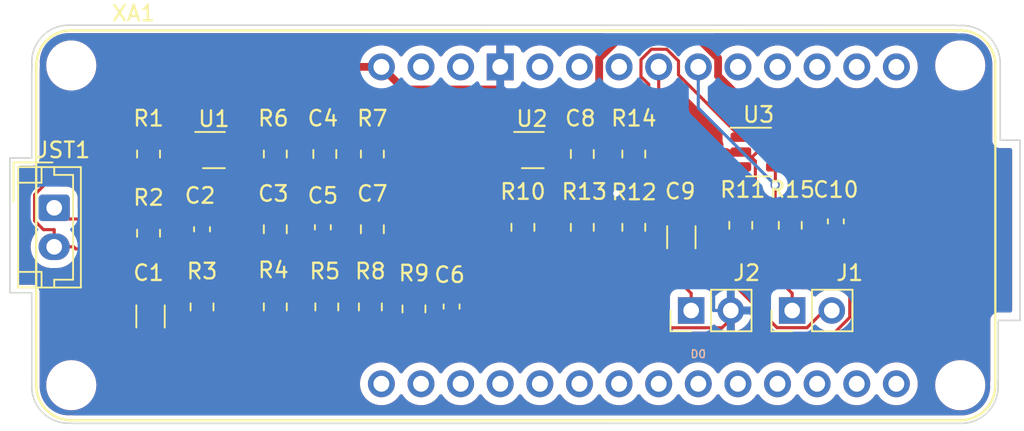
<source format=kicad_pcb>
(kicad_pcb (version 20211014) (generator pcbnew)
  (title_block (title "Omni-X-LT Amplifier") (rev "1.0") (company "CITI Lab"))
  (layers (0 "F.Cu" signal "Front") (31 "B.Cu" signal "Back") (34 "B.Paste" user) (35 "F.Paste" user) (36 "B.SilkS" user "B.Silkscreen") (37 "F.SilkS" user "F.Silkscreen") (38 "B.Mask" user) (39 "F.Mask" user) (44 "Edge.Cuts" user))
  (net 0 "")
  (net 1 "Net-(C1-Pad1)")
  (net 2 "GND")
  (net 3 "Net-(C2-Pad1)")
  (net 4 "Net-(C2-Pad2)")
  (net 5 "Net-(C3-Pad1)")
  (net 6 "Net-(C3-Pad2)")
  (net 7 "Net-(C4-Pad2)")
  (net 8 "Net-(C5-Pad1)")
  (net 9 "Net-(C6-Pad1)")
  (net 10 "Net-(C7-Pad1)")
  (net 11 "Net-(C8-Pad1)")
  (net 12 "Net-(C9-Pad1)")
  (net 13 "+5V")
  (net 14 "Net-(C7-Pad2)")
  (net 15 "D12_SCL")
  (net 16 "D11_SDA")
  (net 41 "Net-(J1-Pad1)")
  (net 42 "Net-(R12-Pad2)")
  (footprint "Capacitor_SMD:C_0603_1608Metric" (layer "F.Cu") (at 126.492 59.817 -90)
    (fp_text reference "C2" (at -2.159 0.127) (layer "F.SilkS"))
    (fp_text value "2.2u" hide)
    (fp_line (start -0.14058 0.51) (end 0.14058 0.51) (layer "F.SilkS") (width 0.12))
    (fp_line (start -0.14058 -0.51) (end 0.14058 -0.51) (layer "F.SilkS") (width 0.12))
    (pad "1" smd roundrect locked (at -0.775 0 270) (size 0.9 0.95) (layers "F.Cu" "F.Paste" "F.Mask") (net 3 "Net-(C2-Pad1)"))
    (pad "2" smd roundrect locked (at 0.775 0 270) (size 0.9 0.95) (layers "F.Cu" "F.Paste" "F.Mask") (net 4 "Net-(C2-Pad2)"))
  )
  (footprint "Capacitor_SMD:C_0805_2012Metric" (layer "F.Cu") (at 131.191 59.817 90)
    (fp_text reference "C3" (at 2.286 -0.127) (layer "F.SilkS"))
    (fp_text value "2.2n" hide)
    (fp_line (start -0.261252 -0.735) (end 0.261252 -0.735) (layer "F.SilkS") (width 0.12))
    (fp_line (start -0.261252 0.735) (end 0.261252 0.735) (layer "F.SilkS") (width 0.12))
    (pad "1" smd roundrect locked (at -0.95 0 90) (size 1 1.45) (layers "F.Cu" "F.Paste" "F.Mask") (net 5 "Net-(C3-Pad1)"))
    (pad "2" smd roundrect locked (at 0.95 0 90) (size 1 1.45) (layers "F.Cu" "F.Paste" "F.Mask") (net 6 "Net-(C3-Pad2)"))
  )
  (footprint "Resistor_SMD:R_0805_2012Metric" (layer "F.Cu") (at 134.493 64.7935 -90)
    (fp_text reference "R5" (at -2.286 0.127) (layer "F.SilkS"))
    (fp_text value "470k" hide)
    (fp_line (start -0.227064 0.735) (end 0.227064 0.735) (layer "F.SilkS") (width 0.12))
    (fp_line (start -0.227064 -0.735) (end 0.227064 -0.735) (layer "F.SilkS") (width 0.12))
    (pad "1" smd roundrect locked (at -0.9125 0 270) (size 1.025 1.4) (layers "F.Cu" "F.Paste" "F.Mask") (roundrect_rratio 0.243902) (net 5 "Net-(C3-Pad1)"))
    (pad "2" smd roundrect locked (at 0.9125 0 270) (size 1.025 1.4) (layers "F.Cu" "F.Paste" "F.Mask") (roundrect_rratio 0.243902) (net 6 "Net-(C3-Pad2)"))
  )
  (footprint "Capacitor_SMD:C_0603_1608Metric" (layer "F.Cu") (at 167.132 59.309 -90)
    (fp_text reference "C10" (at -2.032 0 -180) (layer "F.SilkS"))
    (fp_text value "100n" hide)
    (fp_line (start -0.14058 0.51) (end 0.14058 0.51) (layer "F.SilkS") (width 0.12))
    (fp_line (start -0.14058 -0.51) (end 0.14058 -0.51) (layer "F.SilkS") (width 0.12))
    (pad "1" smd roundrect locked (at -0.775 0 270) (size 0.9 0.95) (layers "F.Cu" "F.Paste" "F.Mask") (net 13 "+5V"))
    (pad "2" smd roundrect locked (at 0.775 0 270) (size 0.9 0.95) (layers "F.Cu" "F.Paste" "F.Mask") (net 2 "GND"))
  )
  (footprint "Capacitor_SMD:C_0603_1608Metric" (layer "F.Cu") (at 142.494 64.77 90)
    (fp_text reference "C6" (at 2.032 -0.127) (layer "F.SilkS"))
    (fp_text value "220n" hide)
    (fp_line (start -0.14058 0.51) (end 0.14058 0.51) (layer "F.SilkS") (width 0.12))
    (fp_line (start -0.14058 -0.51) (end 0.14058 -0.51) (layer "F.SilkS") (width 0.12))
    (pad "1" smd roundrect locked (at -0.775 0 90) (size 0.9 0.95) (layers "F.Cu" "F.Paste" "F.Mask") (net 9 "Net-(C6-Pad1)"))
    (pad "2" smd roundrect locked (at 0.775 0 90) (size 0.9 0.95) (layers "F.Cu" "F.Paste" "F.Mask") (net 2 "GND"))
  )
  (footprint "Resistor_SMD:R_0805_2012Metric" (layer "F.Cu") (at 150.876 59.69 -90)
    (fp_text reference "R13" (at -2.286 -0.127) (layer "F.SilkS"))
    (fp_text value "4.7k" hide)
    (fp_line (start -0.227064 -0.735) (end 0.227064 -0.735) (layer "F.SilkS") (width 0.12))
    (fp_line (start -0.227064 0.735) (end 0.227064 0.735) (layer "F.SilkS") (width 0.12))
    (pad "1" smd roundrect locked (at -0.9125 0 270) (size 1.025 1.4) (layers "F.Cu" "F.Paste" "F.Mask") (roundrect_rratio 0.243902) (net 42 "Net-(R12-Pad2)"))
    (pad "2" smd roundrect locked (at 0.9125 0 270) (size 1.025 1.4) (layers "F.Cu" "F.Paste" "F.Mask") (roundrect_rratio 0.243902) (net 12 "Net-(C9-Pad1)"))
  )
  (footprint "Capacitor_SMD:C_0805_2012Metric" (layer "F.Cu") (at 150.876 54.991 -90)
    (fp_text reference "C8" (at -2.286 0.127) (layer "F.SilkS"))
    (fp_text value "10n" hide)
    (fp_line (start -0.261252 0.735) (end 0.261252 0.735) (layer "F.SilkS") (width 0.12))
    (fp_line (start -0.261252 -0.735) (end 0.261252 -0.735) (layer "F.SilkS") (width 0.12))
    (pad "1" smd roundrect locked (at -0.95 0 270) (size 1 1.45) (layers "F.Cu" "F.Paste" "F.Mask") (net 11 "Net-(C8-Pad1)"))
    (pad "2" smd roundrect locked (at 0.95 0 270) (size 1 1.45) (layers "F.Cu" "F.Paste" "F.Mask") (net 2 "GND"))
  )
  (footprint "Resistor_SMD:R_0805_2012Metric" (layer "F.Cu") (at 164.211 59.563 -90)
    (fp_text reference "R15" (at -2.286 -0.127) (layer "F.SilkS"))
    (fp_text value "10k" hide)
    (fp_line (start -0.227064 -0.735) (end 0.227064 -0.735) (layer "F.SilkS") (width 0.12))
    (fp_line (start -0.227064 0.735) (end 0.227064 0.735) (layer "F.SilkS") (width 0.12))
    (pad "1" smd roundrect locked (at -0.9125 0 270) (size 1.025 1.4) (layers "F.Cu" "F.Paste" "F.Mask") (roundrect_rratio 0.243902) (net 13 "+5V"))
    (pad "2" smd roundrect locked (at 0.9125 0 270) (size 1.025 1.4) (layers "F.Cu" "F.Paste" "F.Mask") (roundrect_rratio 0.243902) (net 16 "D11_SDA"))
  )
  (footprint "Capacitor_SMD:C_0805_2012Metric" (layer "F.Cu") (at 137.414 59.817 -90)
    (fp_text reference "C7" (at -2.286 0) (layer "F.SilkS"))
    (fp_text value "10n" hide)
    (fp_line (start -0.261252 0.735) (end 0.261252 0.735) (layer "F.SilkS") (width 0.12))
    (fp_line (start -0.261252 -0.735) (end 0.261252 -0.735) (layer "F.SilkS") (width 0.12))
    (pad "1" smd roundrect locked (at -0.95 0 270) (size 1 1.45) (layers "F.Cu" "F.Paste" "F.Mask") (net 10 "Net-(C7-Pad1)"))
    (pad "2" smd roundrect locked (at 0.95 0 270) (size 1 1.45) (layers "F.Cu" "F.Paste" "F.Mask") (net 14 "Net-(C7-Pad2)"))
  )
  (footprint "Resistor_SMD:R_0805_2012Metric" (layer "F.Cu") (at 137.287 64.7935 90)
    (fp_text reference "R8" (at 2.286 0) (layer "F.SilkS"))
    (fp_text value "6.8k" hide)
    (fp_line (start -0.227064 -0.735) (end 0.227064 -0.735) (layer "F.SilkS") (width 0.12))
    (fp_line (start -0.227064 0.735) (end 0.227064 0.735) (layer "F.SilkS") (width 0.12))
    (pad "1" smd roundrect locked (at -0.9125 0 90) (size 1.025 1.4) (layers "F.Cu" "F.Paste" "F.Mask") (roundrect_rratio 0.243902) (net 9 "Net-(C6-Pad1)"))
    (pad "2" smd roundrect locked (at 0.9125 0 90) (size 1.025 1.4) (layers "F.Cu" "F.Paste" "F.Mask") (roundrect_rratio 0.243902) (net 7 "Net-(C4-Pad2)"))
  )
  (footprint "Resistor_SMD:R_0805_2012Metric" (layer "F.Cu") (at 154.178 59.69 90)
    (fp_text reference "R12" (at 2.2555 0.015) (layer "F.SilkS"))
    (fp_text value "4.7k" hide)
    (fp_line (start -0.227064 0.735) (end 0.227064 0.735) (layer "F.SilkS") (width 0.12))
    (fp_line (start -0.227064 -0.735) (end 0.227064 -0.735) (layer "F.SilkS") (width 0.12))
    (pad "1" smd roundrect locked (at -0.9125 0 90) (size 1.025 1.4) (layers "F.Cu" "F.Paste" "F.Mask") (roundrect_rratio 0.243902) (net 14 "Net-(C7-Pad2)"))
    (pad "2" smd roundrect locked (at 0.9125 0 90) (size 1.025 1.4) (layers "F.Cu" "F.Paste" "F.Mask") (roundrect_rratio 0.243902) (net 42 "Net-(R12-Pad2)"))
  )
  (footprint "Arduino:Arduino_MKR_Zero_Socket" (layer "F.Cu") (at 118.108 49.313)
    (fp_text reference "XA1" (at 4 -3.35 unlocked) (layer "F.SilkS"))
    (fp_text value "Arduino_MKR_Zero_Socket")
    (fp_text user "D0" (at 40.2048 18.505 unlocked) (layer "B.SilkS") (effects (font (size 0.5 0.5) (thickness 0.075)) (justify mirror)))
    (fp_text user "D0" (at 40.2048 18.505 unlocked) (layer "F.SilkS") (effects (font (size 0.5 0.5) (thickness 0.075))))
    (fp_line (start 0 22.75) (end 57 22.75) (layer "F.SilkS") (width 0.15))
    (fp_line (start -2.25 20.5) (end -2.25 0) (layer "F.SilkS") (width 0.15))
    (fp_line (start 0 -2.25) (end 57 -2.25) (layer "F.SilkS") (width 0.15))
    (fp_line (start 59.25 20.5) (end 59.25 0) (layer "F.SilkS") (width 0.15))
    (fp_arc (start 57 -2.25) (mid 58.59099 -1.59099) (end 59.25 0) (layer "F.SilkS") (width 0.15))
    (fp_arc (start 59.25 20.5) (mid 58.59099 22.09099) (end 57 22.75) (layer "F.SilkS") (width 0.15))
    (fp_arc (start -2.25 0) (mid -1.59099 -1.59099) (end 0 -2.25) (layer "F.SilkS") (width 0.15))
    (fp_arc (start 0 22.75) (mid -1.59099 22.09099) (end -2.25 20.5) (layer "F.SilkS") (width 0.15))
    (pad "" np_thru_hole circle (at 0 0) (size 2.2 2.2) (drill 2.2) (layers F&B.Cu *.Mask))
    (pad "" np_thru_hole circle (at 0 20.5) (size 2.2 2.2) (drill 2.2) (layers F&B.Cu *.Mask))
    (pad "" np_thru_hole circle (at 57 20.5) (size 2.2 2.2) (drill 2.2) (layers F&B.Cu *.Mask))
    (pad "" np_thru_hole circle (at 57 0) (size 2.2 2.2) (drill 2.2) (layers F&B.Cu *.Mask))
    (pad "3V3" thru_hole circle (at 24.9648 0.09) (size 1.7272 1.7272) (drill 1.016) (layers *.Cu *.Mask))
    (pad "5V" thru_hole circle (at 19.8848 0.09) (size 1.7272 1.7272) (drill 1.016) (layers *.Cu *.Mask) (net 13 "+5V"))
    (pad "A0" thru_hole circle (at 22.4248 20.41) (size 1.7272 1.7272) (drill 1.016) (layers *.Cu *.Mask))
    (pad "A1" thru_hole circle (at 24.9648 20.41) (size 1.7272 1.7272) (drill 1.016) (layers *.Cu *.Mask))
    (pad "A2" thru_hole circle (at 27.5048 20.41) (size 1.7272 1.7272) (drill 1.016) (layers *.Cu *.Mask))
    (pad "A3" thru_hole circle (at 30.0448 20.41) (size 1.7272 1.7272) (drill 1.016) (layers *.Cu *.Mask))
    (pad "A4" thru_hole circle (at 32.5848 20.41) (size 1.7272 1.7272) (drill 1.016) (layers *.Cu *.Mask))
    (pad "A5" thru_hole circle (at 35.1248 20.41) (size 1.7272 1.7272) (drill 1.016) (layers *.Cu *.Mask))
    (pad "A6" thru_hole circle (at 37.6648 20.41) (size 1.7272 1.7272) (drill 1.016) (layers *.Cu *.Mask))
    (pad "AREF" thru_hole circle (at 19.8848 20.41) (size 1.7272 1.7272) (drill 1.016) (layers *.Cu *.Mask))
    (pad "D0" thru_hole circle (at 40.2048 20.41) (size 1.7272 1.7272) (drill 1.016) (layers *.Cu *.Mask))
    (pad "D1" thru_hole circle (at 42.7448 20.41) (size 1.7272 1.7272) (drill 1.016) (layers *.Cu *.Mask))
    (pad "D2" thru_hole circle (at 45.2848 20.41) (size 1.7272 1.7272) (drill 1.016) (layers *.Cu *.Mask))
    (pad "D3" thru_hole circle (at 47.8248 20.41) (size 1.7272 1.7272) (drill 1.016) (layers *.Cu *.Mask))
    (pad "D4" thru_hole circle (at 50.3648 20.41) (size 1.7272 1.7272) (drill 1.016) (layers *.Cu *.Mask))
    (pad "D5" thru_hole circle (at 52.9048 20.41) (size 1.7272 1.7272) (drill 1.016) (layers *.Cu *.Mask))
    (pad "D6" thru_hole circle (at 52.9048 0.09) (size 1.7272 1.7272) (drill 1.016) (layers *.Cu *.Mask))
    (pad "D7" thru_hole circle (at 50.3648 0.09) (size 1.7272 1.7272) (drill 1.016) (layers *.Cu *.Mask))
    (pad "D8" thru_hole circle (at 47.8248 0.09) (size 1.7272 1.7272) (drill 1.016) (layers *.Cu *.Mask))
    (pad "D9" thru_hole circle (at 45.2848 0.09) (size 1.7272 1.7272) (drill 1.016) (layers *.Cu *.Mask))
    (pad "D10" thru_hole circle (at 42.7448 0.09) (size 1.7272 1.7272) (drill 1.016) (layers *.Cu *.Mask))
    (pad "D11" thru_hole circle (at 40.2048 0.09) (size 1.7272 1.7272) (drill 1.016) (layers *.Cu *.Mask) (net 16 "D11_SDA"))
    (pad "D12" thru_hole circle (at 37.6648 0.09) (size 1.7272 1.7272) (drill 1.016) (layers *.Cu *.Mask) (net 15 "D12_SCL"))
    (pad "D13" thru_hole circle (at 35.1248 0.09) (size 1.7272 1.7272) (drill 1.016) (layers *.Cu *.Mask))
    (pad "D14" thru_hole circle (at 32.5848 0.09) (size 1.7272 1.7272) (drill 1.016) (layers *.Cu *.Mask))
    (pad "GND" thru_hole rect (at 27.5048 0.09) (size 1.7272 1.7272) (drill 1.016) (layers *.Cu *.Mask) (net 2 "GND"))
    (pad "RST" thru_hole circle (at 30.0448 0.09) (size 1.7272 1.7272) (drill 1.016) (layers *.Cu *.Mask))
    (pad "VIN" thru_hole circle (at 22.4248 0.09) (size 1.7272 1.7272) (drill 1.016) (layers *.Cu *.Mask))
  )
  (footprint "Resistor_SMD:R_0805_2012Metric" (layer "F.Cu") (at 161.036 59.563 90)
    (fp_text reference "R11" (at 2.286 0.127) (layer "F.SilkS"))
    (fp_text value "100k" hide)
    (fp_line (start -0.227064 -0.735) (end 0.227064 -0.735) (layer "F.SilkS") (width 0.12))
    (fp_line (start -0.227064 0.735) (end 0.227064 0.735) (layer "F.SilkS") (width 0.12))
    (pad "1" smd roundrect locked (at -0.9125 0 90) (size 1.025 1.4) (layers "F.Cu" "F.Paste" "F.Mask") (roundrect_rratio 0.243902) (net 41 "Net-(J1-Pad1)"))
    (pad "2" smd roundrect locked (at 0.9125 0 90) (size 1.025 1.4) (layers "F.Cu" "F.Paste" "F.Mask") (roundrect_rratio 0.243902) (net 14 "Net-(C7-Pad2)"))
  )
  (footprint "Capacitor_SMD:C_0805_2012Metric" (layer "F.Cu") (at 134.366 54.991 -90)
    (fp_text reference "C4" (at -2.286 0.127) (layer "F.SilkS"))
    (fp_text value "47u" hide)
    (fp_line (start -0.261252 -0.735) (end 0.261252 -0.735) (layer "F.SilkS") (width 0.12))
    (fp_line (start -0.261252 0.735) (end 0.261252 0.735) (layer "F.SilkS") (width 0.12))
    (pad "1" smd roundrect locked (at -0.95 0 270) (size 1 1.45) (layers "F.Cu" "F.Paste" "F.Mask") (net 6 "Net-(C3-Pad2)"))
    (pad "2" smd roundrect locked (at 0.95 0 270) (size 1 1.45) (layers "F.Cu" "F.Paste" "F.Mask") (net 7 "Net-(C4-Pad2)"))
  )
  (footprint "Resistor_SMD:R_0805_2012Metric" (layer "F.Cu") (at 131.191 54.991 90)
    (fp_text reference "R6" (at 2.286 -0.127) (layer "F.SilkS"))
    (fp_text value "220k" hide)
    (fp_line (start -0.227064 0.735) (end 0.227064 0.735) (layer "F.SilkS") (width 0.12))
    (fp_line (start -0.227064 -0.735) (end 0.227064 -0.735) (layer "F.SilkS") (width 0.12))
    (pad "1" smd roundrect locked (at -0.9125 0 90) (size 1.025 1.4) (layers "F.Cu" "F.Paste" "F.Mask") (roundrect_rratio 0.243902) (net 8 "Net-(C5-Pad1)"))
    (pad "2" smd roundrect locked (at 0.9125 0 90) (size 1.025 1.4) (layers "F.Cu" "F.Paste" "F.Mask") (roundrect_rratio 0.243902) (net 1 "Net-(C1-Pad1)"))
  )
  (footprint "Package_TO_SOT_SMD:SOT-353_SC-70-5" (layer "F.Cu") (at 127.254 54.737)
    (fp_text reference "U1" (at 0 -2) (layer "F.SilkS"))
    (fp_text value "TLV9001IDCK" hide)
    (fp_line (start 0.7 -1.16) (end -1.2 -1.16) (layer "F.SilkS") (width 0.12))
    (fp_line (start -0.7 1.16) (end 0.7 1.16) (layer "F.SilkS") (width 0.12))
    (pad "1" smd rect locked (at -0.95 -0.65) (size 0.65 0.4) (layers "F.Cu" "F.Paste" "F.Mask") (net 1 "Net-(C1-Pad1)"))
    (pad "2" smd rect locked (at -0.95 0) (size 0.65 0.4) (layers "F.Cu" "F.Paste" "F.Mask") (net 2 "GND"))
    (pad "3" smd rect locked (at -0.95 0.65) (size 0.65 0.4) (layers "F.Cu" "F.Paste" "F.Mask") (net 5 "Net-(C3-Pad1)"))
    (pad "4" smd rect locked (at 0.95 0.65) (size 0.65 0.4) (layers "F.Cu" "F.Paste" "F.Mask") (net 6 "Net-(C3-Pad2)"))
    (pad "5" smd rect locked (at 0.95 -0.65) (size 0.65 0.4) (layers "F.Cu" "F.Paste" "F.Mask") (net 13 "+5V"))
  )
  (footprint "Connector_JST:JST_EH_B2B-EH-A_1x02_P2.50mm_Vertical" (layer "F.Cu") (at 117.013 58.44 -90)
    (fp_text reference "JST1" (at -3.703 -0.589) (layer "F.SilkS"))
    (fp_text value "Conn_01x02_Female" hide)
    (fp_line (start 4.61 -1.21) (end 4.61 0) (layer "F.SilkS") (width 0.12))
    (fp_line (start -2.11 0) (end -2.11 -1.21) (layer "F.SilkS") (width 0.12))
    (fp_line (start 5.11 2.31) (end 5.11 -1.71) (layer "F.SilkS") (width 0.12))
    (fp_line (start -2.11 -1.21) (end 4.61 -1.21) (layer "F.SilkS") (width 0.12))
    (fp_line (start -2.91 2.61) (end -0.41 2.61) (layer "F.SilkS") (width 0.12))
    (fp_line (start 4.11 0.81) (end 4.11 2.31) (layer "F.SilkS") (width 0.12))
    (fp_line (start -2.61 2.31) (end 5.11 2.31) (layer "F.SilkS") (width 0.12))
    (fp_line (start 5.11 -1.71) (end -2.61 -1.71) (layer "F.SilkS") (width 0.12))
    (fp_line (start -2.91 0.11) (end -2.91 2.61) (layer "F.SilkS") (width 0.12))
    (fp_line (start -1.61 0.81) (end -1.61 2.31) (layer "F.SilkS") (width 0.12))
    (fp_line (start -2.61 0) (end -2.11 0) (layer "F.SilkS") (width 0.12))
    (fp_line (start 5.11 0.81) (end 4.11 0.81) (layer "F.SilkS") (width 0.12))
    (fp_line (start -2.61 -1.71) (end -2.61 2.31) (layer "F.SilkS") (width 0.12))
    (fp_line (start -2.61 0.81) (end -1.61 0.81) (layer "F.SilkS") (width 0.12))
    (fp_line (start 4.61 0) (end 5.11 0) (layer "F.SilkS") (width 0.12))
    (pad "1" thru_hole roundrect locked (at 0 0 270) (size 1.7 2) (drill 1) (layers *.Cu *.Mask) (roundrect_rratio 0.147059) (net 3 "Net-(C2-Pad1)"))
    (pad "2" thru_hole oval locked (at 2.5 0 270) (size 1.7 2) (drill 1) (layers *.Cu *.Mask) (net 1 "Net-(C1-Pad1)"))
  )
  (footprint "Resistor_SMD:R_0805_2012Metric" (layer "F.Cu") (at 123.063 54.991 -90)
    (fp_text reference "R1" (at -2.286 0) (layer "F.SilkS"))
    (fp_text value "220k" hide)
    (fp_line (start -0.227064 -0.735) (end 0.227064 -0.735) (layer "F.SilkS") (width 0.12))
    (fp_line (start -0.227064 0.735) (end 0.227064 0.735) (layer "F.SilkS") (width 0.12))
    (pad "1" smd roundrect locked (at -0.9125 0 270) (size 1.025 1.4) (layers "F.Cu" "F.Paste" "F.Mask") (roundrect_rratio 0.243902) (net 13 "+5V"))
    (pad "2" smd roundrect locked (at 0.9125 0 270) (size 1.025 1.4) (layers "F.Cu" "F.Paste" "F.Mask") (roundrect_rratio 0.243902) (net 1 "Net-(C1-Pad1)"))
  )
  (footprint "Connector_PinHeader_2.54mm:PinHeader_1x02_P2.54mm_Vertical" (layer "F.Cu") (at 157.856 65.024 90)
    (fp_text reference "J2" (at 2.413 3.561) (layer "F.SilkS"))
    (fp_text value "Conn_01x02_Female" hide)
    (fp_line (start -1.33 3.87) (end 1.33 3.87) (layer "F.SilkS") (width 0.12))
    (fp_line (start -1.33 1.27) (end 1.33 1.27) (layer "F.SilkS") (width 0.12))
    (fp_line (start 1.33 1.27) (end 1.33 3.87) (layer "F.SilkS") (width 0.12))
    (fp_line (start -1.33 0) (end -1.33 -1.33) (layer "F.SilkS") (width 0.12))
    (fp_line (start -1.33 -1.33) (end 0 -1.33) (layer "F.SilkS") (width 0.12))
    (fp_line (start -1.33 1.27) (end -1.33 3.87) (layer "F.SilkS") (width 0.12))
    (pad "1" thru_hole rect locked (at 0 0 90) (size 1.7 1.7) (drill 1) (layers *.Cu *.Mask) (net 12 "Net-(C9-Pad1)"))
    (pad "2" thru_hole oval locked (at 0 2.54 90) (size 1.7 1.7) (drill 1) (layers *.Cu *.Mask) (net 2 "GND"))
  )
  (footprint "Capacitor_SMD:C_1206_3216Metric" (layer "F.Cu") (at 123.19 65.405 -90)
    (fp_text reference "C1" (at -2.794 0.127) (layer "F.SilkS"))
    (fp_text value "100u" hide)
    (fp_line (start -0.711252 -0.91) (end 0.711252 -0.91) (layer "F.SilkS") (width 0.12))
    (fp_line (start -0.711252 0.91) (end 0.711252 0.91) (layer "F.SilkS") (width 0.12))
    (pad "1" smd roundrect locked (at -1.475 0 270) (size 1.15 1.8) (layers "F.Cu" "F.Paste" "F.Mask") (roundrect_rratio 0.217391) (net 1 "Net-(C1-Pad1)"))
    (pad "2" smd roundrect locked (at 1.475 0 270) (size 1.15 1.8) (layers "F.Cu" "F.Paste" "F.Mask") (roundrect_rratio 0.217391) (net 2 "GND"))
  )
  (footprint "Resistor_SMD:R_0805_2012Metric" (layer "F.Cu") (at 123.063 60.071 -90)
    (fp_text reference "R2" (at -2.286 0) (layer "F.SilkS"))
    (fp_text value "1k" hide)
    (fp_line (start -0.227064 -0.735) (end 0.227064 -0.735) (layer "F.SilkS") (width 0.12))
    (fp_line (start -0.227064 0.735) (end 0.227064 0.735) (layer "F.SilkS") (width 0.12))
    (pad "1" smd roundrect locked (at -0.9125 0 270) (size 1.025 1.4) (layers "F.Cu" "F.Paste" "F.Mask") (roundrect_rratio 0.243902) (net 3 "Net-(C2-Pad1)"))
    (pad "2" smd roundrect locked (at 0.9125 0 270) (size 1.025 1.4) (layers "F.Cu" "F.Paste" "F.Mask") (roundrect_rratio 0.243902) (net 1 "Net-(C1-Pad1)"))
  )
  (footprint "Package_TO_SOT_SMD:SOT-23-6" (layer "F.Cu") (at 162.179 54.864)
    (fp_text reference "U3" (at 0 -2.4) (layer "F.SilkS"))
    (fp_text value "ADS1110" hide)
    (fp_line (start 0 1.56) (end -0.8 1.56) (layer "F.SilkS") (width 0.12))
    (fp_line (start 0 -1.56) (end -1.8 -1.56) (layer "F.SilkS") (width 0.12))
    (fp_line (start 0 -1.56) (end 0.8 -1.56) (layer "F.SilkS") (width 0.12))
    (fp_line (start 0 1.56) (end 0.8 1.56) (layer "F.SilkS") (width 0.12))
    (pad "1" smd roundrect locked (at -1.1375 -0.95) (size 1.325 0.6) (layers "F.Cu" "F.Paste" "F.Mask") (net 41 "Net-(J1-Pad1)"))
    (pad "2" smd roundrect locked (at -1.1375 0) (size 1.325 0.6) (layers "F.Cu" "F.Paste" "F.Mask") (net 2 "GND"))
    (pad "3" smd roundrect locked (at -1.1375 0.95) (size 1.325 0.6) (layers "F.Cu" "F.Paste" "F.Mask") (net 15 "D12_SCL"))
    (pad "4" smd roundrect locked (at 1.1375 0.95) (size 1.325 0.6) (layers "F.Cu" "F.Paste" "F.Mask") (net 16 "D11_SDA"))
    (pad "5" smd roundrect locked (at 1.1375 0) (size 1.325 0.6) (layers "F.Cu" "F.Paste" "F.Mask") (net 13 "+5V"))
    (pad "6" smd roundrect locked (at 1.1375 -0.95) (size 1.325 0.6) (layers "F.Cu" "F.Paste" "F.Mask") (net 2 "GND"))
  )
  (footprint "Resistor_SMD:R_0805_2012Metric" (layer "F.Cu") (at 131.191 64.7935 90)
    (fp_text reference "R4" (at 2.359 -0.127) (layer "F.SilkS"))
    (fp_text value "10k" hide)
    (fp_line (start -0.227064 0.735) (end 0.227064 0.735) (layer "F.SilkS") (width 0.12))
    (fp_line (start -0.227064 -0.735) (end 0.227064 -0.735) (layer "F.SilkS") (width 0.12))
    (pad "1" smd roundrect locked (at -0.9125 0 90) (size 1.025 1.4) (layers "F.Cu" "F.Paste" "F.Mask") (roundrect_rratio 0.243902) (net 4 "Net-(C2-Pad2)"))
    (pad "2" smd roundrect locked (at 0.9125 0 90) (size 1.025 1.4) (layers "F.Cu" "F.Paste" "F.Mask") (roundrect_rratio 0.243902) (net 5 "Net-(C3-Pad1)"))
  )
  (footprint "Resistor_SMD:R_0805_2012Metric" (layer "F.Cu") (at 147.066 59.69 -90)
    (fp_text reference "R10" (at -2.286 0) (layer "F.SilkS"))
    (fp_text value "68k" hide)
    (fp_line (start -0.227064 -0.735) (end 0.227064 -0.735) (layer "F.SilkS") (width 0.12))
    (fp_line (start -0.227064 0.735) (end 0.227064 0.735) (layer "F.SilkS") (width 0.12))
    (pad "1" smd roundrect locked (at -0.9125 0 270) (size 1.025 1.4) (layers "F.Cu" "F.Paste" "F.Mask") (roundrect_rratio 0.243902) (net 11 "Net-(C8-Pad1)"))
    (pad "2" smd roundrect locked (at 0.9125 0 270) (size 1.025 1.4) (layers "F.Cu" "F.Paste" "F.Mask") (roundrect_rratio 0.243902) (net 10 "Net-(C7-Pad1)"))
  )
  (footprint "Resistor_SMD:R_0805_2012Metric" (layer "F.Cu") (at 154.178 54.991 -90)
    (fp_text reference "R14" (at -2.286 0) (layer "F.SilkS"))
    (fp_text value "10k" hide)
    (fp_line (start -0.227064 -0.735) (end 0.227064 -0.735) (layer "F.SilkS") (width 0.12))
    (fp_line (start -0.227064 0.735) (end 0.227064 0.735) (layer "F.SilkS") (width 0.12))
    (pad "1" smd roundrect locked (at -0.9125 0 270) (size 1.025 1.4) (layers "F.Cu" "F.Paste" "F.Mask") (roundrect_rratio 0.243902) (net 13 "+5V"))
    (pad "2" smd roundrect locked (at 0.9125 0 270) (size 1.025 1.4) (layers "F.Cu" "F.Paste" "F.Mask") (roundrect_rratio 0.243902) (net 15 "D12_SCL"))
  )
  (footprint "Resistor_SMD:R_0805_2012Metric" (layer "F.Cu") (at 140.081 64.9205 -90)
    (fp_text reference "R9" (at -2.286 0) (layer "F.SilkS"))
    (fp_text value "68k" hide)
    (fp_line (start -0.227064 -0.735) (end 0.227064 -0.735) (layer "F.SilkS") (width 0.12))
    (fp_line (start -0.227064 0.735) (end 0.227064 0.735) (layer "F.SilkS") (width 0.12))
    (pad "1" smd roundrect locked (at -0.9125 0 270) (size 1.025 1.4) (layers "F.Cu" "F.Paste" "F.Mask") (roundrect_rratio 0.243902) (net 10 "Net-(C7-Pad1)"))
    (pad "2" smd roundrect locked (at 0.9125 0 270) (size 1.025 1.4) (layers "F.Cu" "F.Paste" "F.Mask") (roundrect_rratio 0.243902) (net 9 "Net-(C6-Pad1)"))
  )
  (footprint "Capacitor_SMD:C_0603_1608Metric" (layer "F.Cu") (at 134.239 59.69 -90)
    (fp_text reference "C5" (at -2.032 0 -180) (layer "F.SilkS"))
    (fp_text value "100n" hide)
    (fp_line (start -0.14058 -0.51) (end 0.14058 -0.51) (layer "F.SilkS") (width 0.12))
    (fp_line (start -0.14058 0.51) (end 0.14058 0.51) (layer "F.SilkS") (width 0.12))
    (pad "1" smd roundrect locked (at -0.775 0 270) (size 0.9 0.95) (layers "F.Cu" "F.Paste" "F.Mask") (net 8 "Net-(C5-Pad1)"))
    (pad "2" smd roundrect locked (at 0.775 0 270) (size 0.9 0.95) (layers "F.Cu" "F.Paste" "F.Mask") (net 2 "GND"))
  )
  (footprint "Capacitor_SMD:C_1206_3216Metric" (layer "F.Cu") (at 157.226 60.325 90)
    (fp_text reference "C9" (at 2.9445 -0.072) (layer "F.SilkS"))
    (fp_text value "100u" hide)
    (fp_line (start -0.711252 -0.91) (end 0.711252 -0.91) (layer "F.SilkS") (width 0.12))
    (fp_line (start -0.711252 0.91) (end 0.711252 0.91) (layer "F.SilkS") (width 0.12))
    (pad "1" smd roundrect locked (at -1.475 0 90) (size 1.15 1.8) (layers "F.Cu" "F.Paste" "F.Mask") (roundrect_rratio 0.217391) (net 12 "Net-(C9-Pad1)"))
    (pad "2" smd roundrect locked (at 1.475 0 90) (size 1.15 1.8) (layers "F.Cu" "F.Paste" "F.Mask") (roundrect_rratio 0.217391) (net 2 "GND"))
  )
  (footprint "Package_TO_SOT_SMD:SOT-353_SC-70-5" (layer "F.Cu") (at 147.701 54.737)
    (fp_text reference "U2" (at -0.055 -2.0085) (layer "F.SilkS"))
    (fp_text value "TLV9001IDCK" hide)
    (fp_line (start 0.7 -1.16) (end -1.2 -1.16) (layer "F.SilkS") (width 0.12))
    (fp_line (start -0.7 1.16) (end 0.7 1.16) (layer "F.SilkS") (width 0.12))
    (pad "1" smd rect locked (at -0.95 -0.65) (size 0.65 0.4) (layers "F.Cu" "F.Paste" "F.Mask") (net 11 "Net-(C8-Pad1)"))
    (pad "2" smd rect locked (at -0.95 0) (size 0.65 0.4) (layers "F.Cu" "F.Paste" "F.Mask") (net 2 "GND"))
    (pad "3" smd rect locked (at -0.95 0.65) (size 0.65 0.4) (layers "F.Cu" "F.Paste" "F.Mask") (net 42 "Net-(R12-Pad2)"))
    (pad "4" smd rect locked (at 0.95 0.65) (size 0.65 0.4) (layers "F.Cu" "F.Paste" "F.Mask") (net 41 "Net-(J1-Pad1)"))
    (pad "5" smd rect locked (at 0.95 -0.65) (size 0.65 0.4) (layers "F.Cu" "F.Paste" "F.Mask") (net 13 "+5V"))
  )
  (footprint "Resistor_SMD:R_0805_2012Metric" (layer "F.Cu") (at 137.414 54.991 -90)
    (fp_text reference "R7" (at -2.286 0) (layer "F.SilkS"))
    (fp_text value "2.2M" hide)
    (fp_line (start -0.227064 -0.735) (end 0.227064 -0.735) (layer "F.SilkS") (width 0.12))
    (fp_line (start -0.227064 0.735) (end 0.227064 0.735) (layer "F.SilkS") (width 0.12))
    (pad "1" smd roundrect locked (at -0.9125 0 270) (size 1.025 1.4) (layers "F.Cu" "F.Paste" "F.Mask") (roundrect_rratio 0.243902) (net 7 "Net-(C4-Pad2)"))
    (pad "2" smd roundrect locked (at 0.9125 0 270) (size 1.025 1.4) (layers "F.Cu" "F.Paste" "F.Mask") (roundrect_rratio 0.243902) (net 8 "Net-(C5-Pad1)"))
  )
  (footprint "Connector_PinHeader_2.54mm:PinHeader_1x02_P2.54mm_Vertical" (layer "F.Cu") (at 164.333 65.024 90)
    (fp_text reference "J1" (at 2.413 3.688) (layer "F.SilkS"))
    (fp_text value "Conn_01x02_Female" hide)
    (fp_line (start -1.33 1.27) (end 1.33 1.27) (layer "F.SilkS") (width 0.12))
    (fp_line (start -1.33 1.27) (end -1.33 3.87) (layer "F.SilkS") (width 0.12))
    (fp_line (start 1.33 1.27) (end 1.33 3.87) (layer "F.SilkS") (width 0.12))
    (fp_line (start -1.33 0) (end -1.33 -1.33) (layer "F.SilkS") (width 0.12))
    (fp_line (start -1.33 -1.33) (end 0 -1.33) (layer "F.SilkS") (width 0.12))
    (fp_line (start -1.33 3.87) (end 1.33 3.87) (layer "F.SilkS") (width 0.12))
    (pad "1" thru_hole rect locked (at 0 0 90) (size 1.7 1.7) (drill 1) (layers *.Cu *.Mask) (net 41 "Net-(J1-Pad1)"))
    (pad "2" thru_hole oval locked (at 0 2.54 90) (size 1.7 1.7) (drill 1) (layers *.Cu *.Mask) (net 14 "Net-(C7-Pad2)"))
  )
  (footprint "Resistor_SMD:R_0805_2012Metric" (layer "F.Cu") (at 126.492 64.7935 -90)
    (fp_text reference "R3" (at -2.286 0) (layer "F.SilkS"))
    (fp_text value "220k" hide)
    (fp_line (start -0.227064 0.735) (end 0.227064 0.735) (layer "F.SilkS") (width 0.12))
    (fp_line (start -0.227064 -0.735) (end 0.227064 -0.735) (layer "F.SilkS") (width 0.12))
    (pad "1" smd roundrect locked (at -0.9125 0 270) (size 1.025 1.4) (layers "F.Cu" "F.Paste" "F.Mask") (roundrect_rratio 0.243902) (net 1 "Net-(C1-Pad1)"))
    (pad "2" smd roundrect locked (at 0.9125 0 270) (size 1.025 1.4) (layers "F.Cu" "F.Paste" "F.Mask") (roundrect_rratio 0.243902) (net 2 "GND"))
  )
  (gr_line (start 114.173 55.245) (end 115.57 55.245) (layer "Edge.Cuts") (width 0.1))
  (gr_arc (start 174.996844 46.753537) (mid 176.848868 47.3771) (end 177.673 49.149) (layer "Edge.Cuts") (width 0.1))
  (gr_line (start 175.178943 72.259398) (end 118.11 72.263) (layer "Edge.Cuts") (width 0.1))
  (gr_arc (start 115.587537 49.276) (mid 116.205 47.488844) (end 117.937057 46.730447) (layer "Edge.Cuts") (width 0.1))
  (gr_line (start 178.943 65.659) (end 177.546 65.659) (layer "Edge.Cuts") (width 0.1))
  (gr_arc (start 118.119156 72.245463) (mid 116.332 71.628) (end 115.573603 69.895943) (layer "Edge.Cuts") (width 0.1))
  (gr_line (start 115.587537 49.276) (end 115.57 49.784) (layer "Edge.Cuts") (width 0.1))
  (gr_line (start 115.573603 69.895943) (end 115.57 63.881) (layer "Edge.Cuts") (width 0.1))
  (gr_line (start 177.673 54.102) (end 177.673 49.149) (layer "Edge.Cuts") (width 0.1))
  (gr_line (start 177.546 65.659) (end 177.546 69.469) (layer "Edge.Cuts") (width 0.1))
  (gr_line (start 174.996844 46.753537) (end 174.752 46.736) (layer "Edge.Cuts") (width 0.1))
  (gr_arc (start 177.528463 69.713845) (mid 176.911 71.501001) (end 175.178943 72.259398) (layer "Edge.Cuts") (width 0.1))
  (gr_line (start 115.57 55.245) (end 115.57 49.784) (layer "Edge.Cuts") (width 0.1))
  (gr_line (start 117.937057 46.730447) (end 174.752 46.736) (layer "Edge.Cuts") (width 0.1))
  (gr_line (start 178.943 65.532) (end 178.943 65.659) (layer "Edge.Cuts") (width 0.1))
  (gr_line (start 114.173 63.881) (end 114.173 55.245) (layer "Edge.Cuts") (width 0.1))
  (gr_line (start 177.673 54.102) (end 178.943 54.102) (layer "Edge.Cuts") (width 0.1))
  (gr_line (start 177.546 69.469) (end 177.528463 69.713845) (layer "Edge.Cuts") (width 0.1))
  (gr_line (start 178.943 54.102) (end 178.943 65.532) (layer "Edge.Cuts") (width 0.1))
  (gr_line (start 115.57 63.881) (end 114.173 63.881) (layer "Edge.Cuts") (width 0.1))
  (segment (start 126.0164 54.087) (end 125.7287 54.087) (width 0.2) (layer "F.Cu") (net 1))
  (segment (start 123.239 63.881) (end 126.492 63.881) (width 0.2) (layer "F.Cu") (net 1))
  (segment (start 117.013 60.94) (end 117.013 59.8397) (width 0.2) (layer "F.Cu") (net 1))
  (segment (start 123.239 61.1595) (end 123.151 61.0715) (width 0.2) (layer "F.Cu") (net 1))
  (segment (start 123.151 61.0715) (end 123.063 60.9835) (width 0.2) (layer "F.Cu") (net 1))
  (segment (start 126.0164 54.087) (end 126.304 54.087) (width 0.2) (layer "F.Cu") (net 1))
  (segment (start 126.304 54.087) (end 126.5956 54.087) (width 0.2) (layer "F.Cu") (net 1))
  (segment (start 123.9122 55.9035) (end 123.063 55.9035) (width 0.2) (layer "F.Cu") (net 1))
  (segment (start 123.239 63.881) (end 123.239 61.1595) (width 0.2) (layer "F.Cu") (net 1))
  (segment (start 123.063 55.9035) (end 117.4549 55.9035) (width 0.2) (layer "F.Cu") (net 1))
  (segment (start 115.7545 57.6039) (end 115.7545 59.2689) (width 0.2) (layer "F.Cu") (net 1))
  (segment (start 123.151 61.0715) (end 118.3948 61.0715) (width 0.2) (layer "F.Cu") (net 1))
  (segment (start 123.239 63.881) (end 123.19 63.93) (width 0.2) (layer "F.Cu") (net 1))
  (segment (start 117.4549 55.9035) (end 115.7545 57.6039) (width 0.2) (layer "F.Cu") (net 1))
  (segment (start 118.3948 61.0715) (end 118.2633 60.94) (width 0.2) (layer "F.Cu") (net 1))
  (segment (start 117.013 60.94) (end 118.2633 60.94) (width 0.2) (layer "F.Cu") (net 1))
  (segment (start 130.6289 54.6406) (end 131.191 54.0785) (width 0.2) (layer "F.Cu") (net 1))
  (segment (start 115.7545 59.2689) (end 116.3253 59.8397) (width 0.2) (layer "F.Cu") (net 1))
  (segment (start 127.1492 54.6406) (end 130.6289 54.6406) (width 0.2) (layer "F.Cu") (net 1))
  (segment (start 126.5956 54.087) (end 127.1492 54.6406) (width 0.2) (layer "F.Cu") (net 1))
  (segment (start 125.7287 54.087) (end 123.9122 55.9035) (width 0.2) (layer "F.Cu") (net 1))
  (segment (start 116.3253 59.8397) (end 117.013 59.8397) (width 0.2) (layer "F.Cu") (net 1))
  (segment (start 125.7657 60.1537) (end 126.1024 59.817) (width 0.2) (layer "F.Cu") (net 2))
  (segment (start 162.3221 58.0061) (end 162.3221 57.9166) (width 0.2) (layer "F.Cu") (net 2))
  (segment (start 162.9827 66.5104) (end 166.9825 66.5104) (width 0.2) (layer "F.Cu") (net 2))
  (segment (start 163.5758 61.2732) (end 162.7978 60.4952) (width 0.2) (layer "F.Cu") (net 2))
  (segment (start 161.0415 54.864) (end 161.3919 54.864) (width 0.2) (layer "F.Cu") (net 2))
  (segment (start 144.6291 66.1301) (end 142.494 63.995) (width 0.2) (layer "F.Cu") (net 2))
  (segment (start 165.9428 61.2732) (end 163.5758 61.2732) (width 0.2) (layer "F.Cu") (net 2))
  (segment (start 147.8249 55.2356) (end 147.3263 54.737) (width 0.2) (layer "F.Cu") (net 2))
  (segment (start 126.304 54.737) (end 125.7287 54.737) (width 0.2) (layer "F.Cu") (net 2))
  (segment (start 126.492 65.706) (end 127.4435 64.7545) (width 0.2) (layer "F.Cu") (net 2))
  (segment (start 159.8401 66.1301) (end 144.6291 66.1301) (width 0.2) (layer "F.Cu") (net 2))
  (segment (start 134.239 60.465) (end 134.239 60.7987) (width 0.2) (layer "F.Cu") (net 2))
  (segment (start 136.0625 65.4296) (end 136.7145 64.7776) (width 0.2) (layer "F.Cu") (net 2))
  (segment (start 125.7657 61.118) (end 125.7657 60.1537) (width 0.2) (layer "F.Cu") (net 2))
  (segment (start 150.336 55.941) (end 148.302 55.941) (width 0.2) (layer "F.Cu") (net 2))
  (segment (start 127.4435 62.7958) (end 125.7657 61.118) (width 0.2) (layer "F.Cu") (net 2))
  (segment (start 168.0249 63.3553) (end 165.9428 61.2732) (width 0.2) (layer "F.Cu") (net 2))
  (segment (start 160.396 65.024) (end 160.9462 65.024) (width 0.2) (layer "F.Cu") (net 2))
  (segment (start 161.9718 55.4439) (end 161.7377 55.2097) (width 0.2) (layer "F.Cu") (net 2))
  (segment (start 135.9426 64.0057) (end 136.7145 64.7776) (width 0.2) (layer "F.Cu") (net 2))
  (segment (start 127.2452 59.4659) (end 127.2452 58.0239) (width 0.2) (layer "F.Cu") (net 2))
  (segment (start 150.336 55.941) (end 150.876 55.941) (width 0.2) (layer "F.Cu") (net 2))
  (segment (start 163.0334 53.914) (end 163.3165 53.914) (width 0.2) (layer "F.Cu") (net 2))
  (segment (start 162.4475 58.6268) (end 162.4475 58.1315) (width 0.2) (layer "F.Cu") (net 2))
  (segment (start 127.2452 58.0239) (end 125.7287 56.5074) (width 0.2) (layer "F.Cu") (net 2))
  (segment (start 162.7978 60.4952) (end 162.7978 58.9771) (width 0.2) (layer "F.Cu") (net 2))
  (segment (start 150.876 55.941) (end 152.4477 57.5127) (width 0.2) (layer "F.Cu") (net 2))
  (segment (start 127.4435 64.7545) (end 127.4435 62.7958) (width 0.2) (layer "F.Cu") (net 2))
  (segment (start 166.9825 66.5104) (end 168.0249 65.468) (width 0.2) (layer "F.Cu") (net 2))
  (segment (start 161.7377 55.2097) (end 163.0334 53.914) (width 0.2) (layer "F.Cu") (net 2))
  (segment (start 127.4435 64.7545) (end 129.1747 66.4857) (width 0.2) (layer "F.Cu") (net 2))
  (segment (start 136.7145 64.7776) (end 141.7114 64.7776) (width 0.2) (layer "F.Cu") (net 2))
  (segment (start 161.9718 57.5663) (end 161.9718 55.4439) (width 0.2) (layer "F.Cu") (net 2))
  (segment (start 168.0249 65.468) (end 168.0249 63.3553) (width 0.2) (layer "F.Cu") (net 2))
  (segment (start 161.4963 65.024) (end 162.9827 66.5104) (width 0.2) (layer "F.Cu") (net 2))
  (segment (start 124.364 65.706) (end 126.492 65.706) (width 0.2) (layer "F.Cu") (net 2))
  (segment (start 148.302 55.941) (end 147.8249 55.4639) (width 0.2) (layer "F.Cu") (net 2))
  (segment (start 134.239 60.7987) (end 135.9426 62.5023) (width 0.2) (layer "F.Cu") (net 2))
  (segment (start 155.8887 57.5127) (end 157.226 58.85) (width 0.2) (layer "F.Cu") (net 2))
  (segment (start 162.4475 58.1315) (end 162.3221 58.0061) (width 0.2) (layer "F.Cu") (net 2))
  (segment (start 136.0625 65.6196) (end 136.0625 65.4296) (width 0.2) (layer "F.Cu") (net 2))
  (segment (start 162.7978 58.9771) (end 162.4475 58.6268) (width 0.2) (layer "F.Cu") (net 2))
  (segment (start 161.3919 54.864) (end 161.7377 55.2097) (width 0.2) (layer "F.Cu") (net 2))
  (segment (start 147.8249 55.4639) (end 147.8249 55.2356) (width 0.2) (layer "F.Cu") (net 2))
  (segment (start 135.1964 66.4857) (end 136.0625 65.6196) (width 0.2) (layer "F.Cu") (net 2))
  (segment (start 126.1024 59.817) (end 126.8941 59.817) (width 0.2) (layer "F.Cu") (net 2))
  (segment (start 123.19 66.88) (end 124.364 65.706) (width 0.2) (layer "F.Cu") (net 2))
  (segment (start 126.8941 59.817) (end 127.2452 59.4659) (width 0.2) (layer "F.Cu") (net 2))
  (segment (start 146.751 54.737) (end 147.3263 54.737) (width 0.2) (layer "F.Cu") (net 2))
  (segment (start 135.9426 62.5023) (end 135.9426 64.0057) (width 0.2) (layer "F.Cu") (net 2))
  (segment (start 153.0566 57.5127) (end 155.8887 57.5127) (width 0.2) (layer "F.Cu") (net 2))
  (segment (start 152.4477 57.5127) (end 153.0566 57.5127) (width 0.2) (layer "F.Cu") (net 2))
  (segment (start 165.9428 61.2732) (end 167.132 60.084) (width 0.2) (layer "F.Cu") (net 2))
  (segment (start 160.9462 65.024) (end 161.4963 65.024) (width 0.2) (layer "F.Cu") (net 2))
  (segment (start 141.7114 64.7776) (end 142.494 63.995) (width 0.2) (layer "F.Cu") (net 2))
  (segment (start 160.9462 65.024) (end 159.8401 66.1301) (width 0.2) (layer "F.Cu") (net 2))
  (segment (start 129.1747 66.4857) (end 135.1964 66.4857) (width 0.2) (layer "F.Cu") (net 2))
  (segment (start 125.7287 56.5074) (end 125.7287 54.737) (width 0.2) (layer "F.Cu") (net 2))
  (segment (start 162.3221 57.9166) (end 161.9718 57.5663) (width 0.2) (layer "F.Cu") (net 2))
  (via (at 153.0566 57.5127) (size 0.6) (drill 0.4) (layers "F.Cu" "B.Cu") (net 2))
  (segment (start 159.2957 63.7518) (end 159.2957 65.024) (width 0.2) (layer "B.Cu") (net 2))
  (segment (start 145.6128 49.403) (end 145.6128 50.5169) (width 0.2) (layer "B.Cu") (net 2))
  (segment (start 160.396 65.024) (end 159.2957 65.024) (width 0.2) (layer "B.Cu") (net 2))
  (segment (start 145.6128 50.5169) (end 152.6086 57.5127) (width 0.2) (layer "B.Cu") (net 2))
  (segment (start 152.6086 57.5127) (end 153.0566 57.5127) (width 0.2) (layer "B.Cu") (net 2))
  (segment (start 153.0566 57.5127) (end 159.2957 63.7518) (width 0.2) (layer "B.Cu") (net 2))
  (segment (start 126.376 59.1585) (end 126.492 59.042) (width 0.2) (layer "F.Cu") (net 3))
  (segment (start 117.7315 59.1585) (end 117.013 58.44) (width 0.2) (layer "F.Cu") (net 3))
  (segment (start 126.376 59.1585) (end 123.063 59.1585) (width 0.2) (layer "F.Cu") (net 3))
  (segment (start 123.063 59.1585) (end 117.7315 59.1585) (width 0.2) (layer "F.Cu") (net 3))
  (segment (start 131.191 65.706) (end 126.492 61.007) (width 0.2) (layer "F.Cu") (net 4))
  (segment (start 126.492 61.007) (end 126.492 60.592) (width 0.2) (layer "F.Cu") (net 4))
  (segment (start 131.191 60.767) (end 126.8793 56.4553) (width 0.2) (layer "F.Cu") (net 5))
  (segment (start 126.8793 56.4553) (end 126.8793 55.387) (width 0.2) (layer "F.Cu") (net 5))
  (segment (start 131.191 63.881) (end 134.493 63.881) (width 0.2) (layer "F.Cu") (net 5))
  (segment (start 126.304 55.387) (end 126.8793 55.387) (width 0.2) (layer "F.Cu") (net 5))
  (segment (start 131.191 63.881) (end 131.191 60.767) (width 0.2) (layer "F.Cu") (net 5))
  (segment (start 134.493 65.706) (end 135.4471 64.7519) (width 0.2) (layer "F.Cu") (net 6))
  (segment (start 130.5861 54.991) (end 133.416 54.991) (width 0.2) (layer "F.Cu") (net 6))
  (segment (start 135.4471 63.1231) (end 131.191 58.867) (width 0.2) (layer "F.Cu") (net 6))
  (segment (start 130.1901 57.8661) (end 131.191 58.867) (width 0.2) (layer "F.Cu") (net 6))
  (segment (start 130.1901 55.387) (end 130.1901 57.8661) (width 0.2) (layer "F.Cu") (net 6))
  (segment (start 128.7793 55.387) (end 130.1901 55.387) (width 0.2) (layer "F.Cu") (net 6))
  (segment (start 135.4471 64.7519) (end 135.4471 63.1231) (width 0.2) (layer "F.Cu") (net 6))
  (segment (start 130.1901 55.387) (end 130.5861 54.991) (width 0.2) (layer "F.Cu") (net 6))
  (segment (start 133.416 54.991) (end 134.366 54.041) (width 0.2) (layer "F.Cu") (net 6))
  (segment (start 128.204 55.387) (end 128.7793 55.387) (width 0.2) (layer "F.Cu") (net 6))
  (segment (start 136.0623 61.8564) (end 136.0623 58.7098) (width 0.2) (layer "F.Cu") (net 7))
  (segment (start 137.2511 54.2414) (end 135.5515 55.941) (width 0.2) (layer "F.Cu") (net 7))
  (segment (start 135.5515 55.941) (end 134.366 55.941) (width 0.2) (layer "F.Cu") (net 7))
  (segment (start 136.0623 58.7098) (end 138.3656 56.4065) (width 0.2) (layer "F.Cu") (net 7))
  (segment (start 137.287 63.881) (end 137.287 63.0811) (width 0.2) (layer "F.Cu") (net 7))
  (segment (start 138.3656 55.3559) (end 137.2511 54.2414) (width 0.2) (layer "F.Cu") (net 7))
  (segment (start 137.414 54.0785) (end 137.2511 54.2414) (width 0.2) (layer "F.Cu") (net 7))
  (segment (start 138.3656 56.4065) (end 138.3656 55.3559) (width 0.2) (layer "F.Cu") (net 7))
  (segment (start 137.287 63.0811) (end 136.0623 61.8564) (width 0.2) (layer "F.Cu") (net 7))
  (segment (start 134.4025 58.915) (end 134.239 58.915) (width 0.2) (layer "F.Cu") (net 8))
  (segment (start 131.2275 55.9035) (end 131.191 55.9035) (width 0.2) (layer "F.Cu") (net 8))
  (segment (start 137.414 55.9035) (end 134.4025 58.915) (width 0.2) (layer "F.Cu") (net 8))
  (segment (start 134.239 58.915) (end 131.2275 55.9035) (width 0.2) (layer "F.Cu") (net 8))
  (segment (start 137.287 65.706) (end 137.3505 65.7695) (width 0.2) (layer "F.Cu") (net 9))
  (segment (start 140.369 65.545) (end 140.081 65.833) (width 0.2) (layer "F.Cu") (net 9))
  (segment (start 142.494 65.545) (end 140.369 65.545) (width 0.2) (layer "F.Cu") (net 9))
  (segment (start 140.0175 65.7695) (end 140.081 65.833) (width 0.2) (layer "F.Cu") (net 9))
  (segment (start 137.3505 65.7695) (end 140.0175 65.7695) (width 0.2) (layer "F.Cu") (net 9))
  (segment (start 137.3505 65.7695) (end 137.414 65.833) (width 0.2) (layer "F.Cu") (net 9))
  (segment (start 140.081 64.008) (end 139.1925 64.008) (width 0.2) (layer "F.Cu") (net 10))
  (segment (start 139.1925 64.008) (end 136.4252 61.2407) (width 0.2) (layer "F.Cu") (net 10))
  (segment (start 136.4252 59.8558) (end 137.414 58.867) (width 0.2) (layer "F.Cu") (net 10))
  (segment (start 140.081 64.008) (end 143.1362 60.9528) (width 0.2) (layer "F.Cu") (net 10))
  (segment (start 147.066 60.6025) (end 146.716 60.9528) (width 0.2) (layer "F.Cu") (net 10))
  (segment (start 143.1362 60.9528) (end 146.716 60.9528) (width 0.2) (layer "F.Cu") (net 10))
  (segment (start 136.4252 61.2407) (end 136.4252 59.8558) (width 0.2) (layer "F.Cu") (net 10))
  (segment (start 150.876 54.041) (end 150.3252 54.5918) (width 0.2) (layer "F.Cu") (net 11))
  (segment (start 150.472 53.6366) (end 150.876 54.041) (width 0.2) (layer "F.Cu") (net 11))
  (segment (start 146.1757 57.8872) (end 147.066 58.7775) (width 0.2) (layer "F.Cu") (net 11))
  (segment (start 146.1757 54.087) (end 146.1757 57.8872) (width 0.2) (layer "F.Cu") (net 11))
  (segment (start 150.3252 54.5918) (end 148.0186 54.5918) (width 0.2) (layer "F.Cu") (net 11))
  (segment (start 148.0186 54.5918) (end 147.5138 54.087) (width 0.2) (layer "F.Cu") (net 11))
  (segment (start 147.5138 54.087) (end 146.751 54.087) (width 0.2) (layer "F.Cu") (net 11))
  (segment (start 146.751 54.087) (end 146.1757 54.087) (width 0.2) (layer "F.Cu") (net 11))
  (segment (start 157.856 65.024) (end 157.856 63.9237) (width 0.2) (layer "F.Cu") (net 12))
  (segment (start 152.0735 61.8) (end 150.876 60.6025) (width 0.2) (layer "F.Cu") (net 12))
  (segment (start 157.226 63.2937) (end 157.226 61.8) (width 0.2) (layer "F.Cu") (net 12))
  (segment (start 157.856 63.9237) (end 157.226 63.2937) (width 0.2) (layer "F.Cu") (net 12))
  (segment (start 157.226 61.8) (end 152.0735 61.8) (width 0.2) (layer "F.Cu") (net 12))
  (segment (start 148.8713 54.087) (end 149.3763 54.087) (width 0.5) (layer "F.Cu") (net 13))
  (segment (start 151.9568 51.7012) (end 151.9568 48.8476) (width 0.5) (layer "F.Cu") (net 13))
  (segment (start 123.6548 53.4867) (end 126.8784 53.4867) (width 0.5) (layer "F.Cu") (net 13))
  (segment (start 126.8784 53.4867) (end 127.4787 54.087) (width 0.5) (layer "F.Cu") (net 13))
  (segment (start 153.03 47.7744) (end 158.5072 47.7744) (width 0.5) (layer "F.Cu") (net 13))
  (segment (start 137.9928 49.403) (end 133.6133 49.403) (width 0.5) (layer "F.Cu") (net 13))
  (segment (start 133.6133 49.403) (end 128.9293 54.087) (width 0.5) (layer "F.Cu") (net 13))
  (segment (start 165.7298 56.2024) (end 165.7298 57.1317) (width 0.5) (layer "F.Cu") (net 13))
  (segment (start 159.5828 49.9857) (end 162.1603 52.5632) (width 0.5) (layer "F.Cu") (net 13))
  (segment (start 167.132 58.534) (end 165.7298 57.1317) (width 0.5) (layer "F.Cu") (net 13))
  (segment (start 158.5072 47.7744) (end 159.5828 48.85) (width 0.5) (layer "F.Cu") (net 13))
  (segment (start 151.9568 51.7012) (end 154.178 53.9224) (width 0.5) (layer "F.Cu") (net 13))
  (segment (start 165.7298 57.1317) (end 164.211 58.6505) (width 0.5) (layer "F.Cu") (net 13))
  (segment (start 164.3914 54.864) (end 165.7298 56.2024) (width 0.5) (layer "F.Cu") (net 13))
  (segment (start 159.5828 48.85) (end 159.5828 49.9857) (width 0.5) (layer "F.Cu") (net 13))
  (segment (start 151.9568 48.8476) (end 153.03 47.7744) (width 0.5) (layer "F.Cu") (net 13))
  (segment (start 145.6375 50.8532) (end 139.443 50.8532) (width 0.5) (layer "F.Cu") (net 13))
  (segment (start 149.3763 54.087) (end 149.3763 53.815) (width 0.5) (layer "F.Cu") (net 13))
  (segment (start 128.204 54.087) (end 128.9293 54.087) (width 0.5) (layer "F.Cu") (net 13))
  (segment (start 148.8713 54.087) (end 145.6375 50.8532) (width 0.5) (layer "F.Cu") (net 13))
  (segment (start 162.1603 52.5632) (end 163.4301 52.5632) (width 0.5) (layer "F.Cu") (net 13))
  (segment (start 149.3763 53.815) (end 151.4901 51.7012) (width 0.5) (layer "F.Cu") (net 13))
  (segment (start 123.063 54.0785) (end 123.6548 53.4867) (width 0.5) (layer "F.Cu") (net 13))
  (segment (start 154.178 53.9224) (end 154.178 54.0785) (width 0.5) (layer "F.Cu") (net 13))
  (segment (start 148.651 54.087) (end 148.8713 54.087) (width 0.5) (layer "F.Cu") (net 13))
  (segment (start 128.204 54.087) (end 127.4787 54.087) (width 0.5) (layer "F.Cu") (net 13))
  (segment (start 139.443 50.8532) (end 137.9928 49.403) (width 0.5) (layer "F.Cu") (net 13))
  (segment (start 164.3914 54.864) (end 163.3165 54.864) (width 0.5) (layer "F.Cu") (net 13))
  (segment (start 151.4901 51.7012) (end 151.9568 51.7012) (width 0.5) (layer "F.Cu") (net 13))
  (segment (start 163.4301 52.5632) (end 164.3914 53.5245) (width 0.5) (layer "F.Cu") (net 13))
  (segment (start 164.3914 53.5245) (end 164.3914 54.864) (width 0.5) (layer "F.Cu") (net 13))
  (segment (start 137.414 60.767) (end 137.414 60.5738) (width 0.2) (layer "F.Cu") (net 14))
  (segment (start 165.2874 66.1244) (end 163.3612 66.1244) (width 0.2) (layer "F.Cu") (net 14))
  (segment (start 158.8059 60.8806) (end 154.456 60.8806) (width 0.2) (layer "F.Cu") (net 14))
  (segment (start 137.414 60.5738) (end 137.414 60.3807) (width 0.2) (layer "F.Cu") (net 14))
  (segment (start 163.3612 66.1244) (end 158.8059 61.5691) (width 0.2) (layer "F.Cu") (net 14))
  (segment (start 166.323 65.024) (end 166.323 64.5159) (width 0.2) (layer "F.Cu") (net 14))
  (segment (start 166.873 65.024) (end 166.323 65.024) (width 0.2) (layer "F.Cu") (net 14))
  (segment (start 161.036 58.6505) (end 158.8059 60.8806) (width 0.2) (layer "F.Cu") (net 14))
  (segment (start 138.1598 59.828) (end 153.4035 59.828) (width 0.2) (layer "F.Cu") (net 14))
  (segment (start 166.323 65.1537) (end 166.323 65.0888) (width 0.2) (layer "F.Cu") (net 14))
  (segment (start 154.178 60.6025) (end 154.456 60.8806) (width 0.2) (layer "F.Cu") (net 14))
  (segment (start 166.323 65.0888) (end 166.323 65.024) (width 0.2) (layer "F.Cu") (net 14))
  (segment (start 137.414 60.5738) (end 138.1598 59.828) (width 0.2) (layer "F.Cu") (net 14))
  (segment (start 158.8059 61.5691) (end 158.8059 60.8806) (width 0.2) (layer "F.Cu") (net 14))
  (segment (start 153.4035 59.828) (end 154.178 60.6025) (width 0.2) (layer "F.Cu") (net 14))
  (segment (start 166.323 65.0888) (end 165.2874 66.1244) (width 0.2) (layer "F.Cu") (net 14))
  (segment (start 154.178 55.9035) (end 155.6833 55.9035) (width 0.2) (layer "F.Cu") (net 15))
  (segment (start 155.6833 55.9035) (end 155.7728 55.814) (width 0.2) (layer "F.Cu") (net 15))
  (segment (start 155.7728 55.814) (end 161.0415 55.814) (width 0.2) (layer "F.Cu") (net 15))
  (segment (start 155.7728 55.814) (end 155.7728 49.403) (width 0.2) (layer "F.Cu") (net 15))
  (segment (start 163.316 55.814) (end 163.285 55.8454) (width 0.2) (layer "F.Cu") (net 16))
  (segment (start 163.2447 59.5092) (end 164.211 60.4755) (width 0.2) (layer "F.Cu") (net 16))
  (segment (start 163.254 56.9647) (end 163.254 55.8768) (width 0.2) (layer "F.Cu") (net 16))
  (segment (start 163.285 55.8454) (end 163.254 55.8768) (width 0.2) (layer "F.Cu") (net 16))
  (segment (start 163.285 55.8454) (end 163.2851 55.8454) (width 0.2) (layer "F.Cu") (net 16))
  (segment (start 163.254 56.9693) (end 163.2494 56.9693) (width 0.2) (layer "F.Cu") (net 16))
  (segment (start 163.2447 56.9693) (end 163.2447 59.5092) (width 0.2) (layer "F.Cu") (net 16))
  (segment (start 163.2851 55.8454) (end 163.3165 55.814) (width 0.2) (layer "F.Cu") (net 16))
  (segment (start 163.2494 56.9693) (end 163.254 56.9647) (width 0.2) (layer "F.Cu") (net 16))
  (segment (start 163.2447 56.9693) (end 163.24 56.9693) (width 0.2) (layer "F.Cu") (net 16))
  (segment (start 163.2494 56.9693) (end 163.2447 56.9693) (width 0.2) (layer "F.Cu") (net 16))
  (via (at 163.24 56.9693) (size 0.6) (drill 0.4) (layers "F.Cu" "B.Cu") (net 16))
  (segment (start 158.3128 52.0431) (end 158.3128 49.403) (width 0.2) (layer "B.Cu") (net 16))
  (segment (start 163.239 56.9693) (end 158.3128 52.0431) (width 0.2) (layer "B.Cu") (net 16))
  (segment (start 163.239 56.9693) (end 163.24 56.9693) (width 0.2) (layer "B.Cu") (net 16))
  (segment (start 161.036 60.6267) (end 161.036 60.5511) (width 0.2) (layer "F.Cu") (net 41))
  (segment (start 157.0428 49.0236) (end 157.0428 49.9153) (width 0.2) (layer "F.Cu") (net 41))
  (segment (start 154.7585 54.991) (end 155.1358 54.6137) (width 0.2) (layer "F.Cu") (net 41))
  (segment (start 148.651 55.387) (end 149.2263 55.387) (width 0.2) (layer "F.Cu") (net 41))
  (segment (start 157.0428 49.9153) (end 161.0415 53.914) (width 0.2) (layer "F.Cu") (net 41))
  (segment (start 153.3818 54.991) (end 154.7585 54.991) (width 0.2) (layer "F.Cu") (net 41))
  (segment (start 164.333 65.024) (end 164.333 63.9237) (width 0.2) (layer "F.Cu") (net 41))
  (segment (start 155.3023 48.2748) (end 156.294 48.2748) (width 0.2) (layer "F.Cu") (net 41))
  (segment (start 160.5635 56.743) (end 153.558 56.743) (width 0.2) (layer "F.Cu") (net 41))
  (segment (start 156.294 48.2748) (end 157.0428 49.0236) (width 0.2) (layer "F.Cu") (net 41))
  (segment (start 155.1358 50.5234) (end 154.6369 50.0245) (width 0.2) (layer "F.Cu") (net 41))
  (segment (start 153.1838 55.189) (end 153.3818 54.991) (width 0.2) (layer "F.Cu") (net 41))
  (segment (start 149.2263 55.387) (end 149.4243 55.189) (width 0.2) (layer "F.Cu") (net 41))
  (segment (start 162.0345 58.214) (end 160.5635 56.743) (width 0.2) (layer "F.Cu") (net 41))
  (segment (start 154.6369 50.0245) (end 154.6369 48.9402) (width 0.2) (layer "F.Cu") (net 41))
  (segment (start 161.036 60.5511) (end 162.0345 59.5526) (width 0.2) (layer "F.Cu") (net 41))
  (segment (start 162.0345 59.5526) (end 162.0345 58.214) (width 0.2) (layer "F.Cu") (net 41))
  (segment (start 155.1358 54.6137) (end 155.1358 50.5234) (width 0.2) (layer "F.Cu") (net 41))
  (segment (start 153.1838 56.3688) (end 153.1838 55.189) (width 0.2) (layer "F.Cu") (net 41))
  (segment (start 149.4243 55.189) (end 153.1838 55.189) (width 0.2) (layer "F.Cu") (net 41))
  (segment (start 153.558 56.743) (end 153.1838 56.3688) (width 0.2) (layer "F.Cu") (net 41))
  (segment (start 161.036 60.6267) (end 164.333 63.9237) (width 0.2) (layer "F.Cu") (net 41))
  (segment (start 161.036 60.5511) (end 161.036 60.4755) (width 0.2) (layer "F.Cu") (net 41))
  (segment (start 154.6369 48.9402) (end 155.3023 48.2748) (width 0.2) (layer "F.Cu") (net 41))
  (segment (start 154.178 58.7775) (end 150.876 58.7775) (width 0.2) (layer "F.Cu") (net 42))
  (segment (start 146.751 55.387) (end 147.3263 55.387) (width 0.2) (layer "F.Cu") (net 42))
  (segment (start 147.3263 55.4607) (end 150.6431 58.7775) (width 0.2) (layer "F.Cu") (net 42))
  (segment (start 150.6431 58.7775) (end 150.876 58.7775) (width 0.2) (layer "F.Cu") (net 42))
  (segment (start 147.3263 55.387) (end 147.3263 55.4607) (width 0.2) (layer "F.Cu") (net 42))
  (zone (net 2) (net_name "GND") (layer "F.Cu") (connect_pads (clearance 0.508)) (min_thickness 0.254) (fill yes (thermal_gap 0.508) (thermal_bridge_width 0.508))
    (polygon (pts (xy 179.197 72.771) (xy 113.538 72.771) (xy 113.538 45.72) (xy 179.197 45.72)))
  )
  (zone (net 2) (net_name "GND") (layer "B.Cu") (connect_pads (clearance 0.508)) (min_thickness 0.254) (fill yes (thermal_gap 0.508) (thermal_bridge_width 0.508))
    (polygon (pts (xy 179.197 46.355) (xy 179.197 72.771) (xy 114.046 72.771) (xy 114.046 46.228)))
  )
)
</source>
